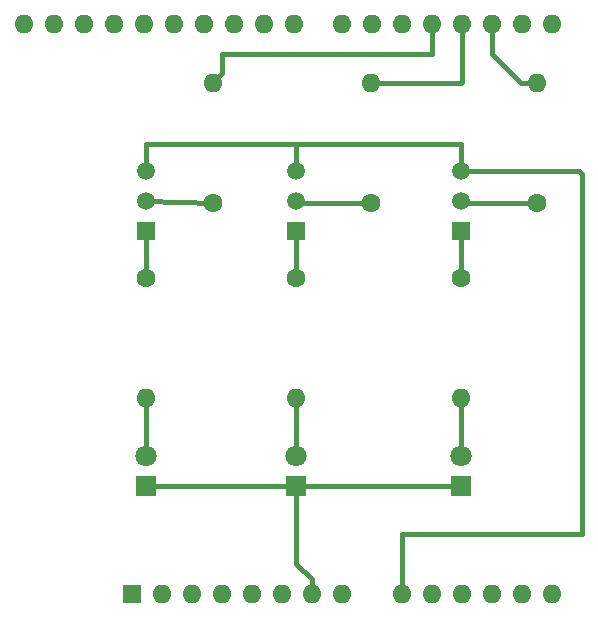
<source format=gbl>
G04 #@! TF.GenerationSoftware,KiCad,Pcbnew,(5.0.1)-4*
G04 #@! TF.CreationDate,2018-12-27T15:34:55-05:00*
G04 #@! TF.ProjectId,LED Project,4C45442050726F6A6563742E6B696361,rev?*
G04 #@! TF.SameCoordinates,Original*
G04 #@! TF.FileFunction,Copper,L2,Bot,Signal*
G04 #@! TF.FilePolarity,Positive*
%FSLAX46Y46*%
G04 Gerber Fmt 4.6, Leading zero omitted, Abs format (unit mm)*
G04 Created by KiCad (PCBNEW (5.0.1)-4) date 12/27/2018 3:34:55 PM*
%MOMM*%
%LPD*%
G01*
G04 APERTURE LIST*
G04 #@! TA.AperFunction,ComponentPad*
%ADD10O,1.600000X1.600000*%
G04 #@! TD*
G04 #@! TA.AperFunction,ComponentPad*
%ADD11C,1.600000*%
G04 #@! TD*
G04 #@! TA.AperFunction,ComponentPad*
%ADD12R,1.500000X1.500000*%
G04 #@! TD*
G04 #@! TA.AperFunction,ComponentPad*
%ADD13C,1.500000*%
G04 #@! TD*
G04 #@! TA.AperFunction,ComponentPad*
%ADD14R,1.600000X1.600000*%
G04 #@! TD*
G04 #@! TA.AperFunction,ComponentPad*
%ADD15R,1.800000X1.800000*%
G04 #@! TD*
G04 #@! TA.AperFunction,ComponentPad*
%ADD16C,1.800000*%
G04 #@! TD*
G04 #@! TA.AperFunction,Conductor*
%ADD17C,0.400000*%
G04 #@! TD*
G04 #@! TA.AperFunction,Conductor*
%ADD18C,0.381000*%
G04 #@! TD*
G04 APERTURE END LIST*
D10*
G04 #@! TO.P,R1,2*
G04 #@! TO.N,Net-(A1-Pad17)*
X163830000Y-77395850D03*
D11*
G04 #@! TO.P,R1,1*
G04 #@! TO.N,Net-(Q1-Pad2)*
X163830000Y-87555850D03*
G04 #@! TD*
D10*
G04 #@! TO.P,R3,2*
G04 #@! TO.N,Net-(A1-Pad18)*
X149841674Y-77395850D03*
D11*
G04 #@! TO.P,R3,1*
G04 #@! TO.N,Net-(Q2-Pad2)*
X149841674Y-87555850D03*
G04 #@! TD*
D10*
G04 #@! TO.P,R5,2*
G04 #@! TO.N,Net-(A1-Pad19)*
X136405411Y-77395850D03*
D11*
G04 #@! TO.P,R5,1*
G04 #@! TO.N,Net-(Q3-Pad2)*
X136405411Y-87555850D03*
G04 #@! TD*
D12*
G04 #@! TO.P,Q1,1*
G04 #@! TO.N,Net-(Q1-Pad1)*
X157461674Y-89931209D03*
D13*
G04 #@! TO.P,Q1,3*
G04 #@! TO.N,Net-(A1-Pad9)*
X157461674Y-84851209D03*
G04 #@! TO.P,Q1,2*
G04 #@! TO.N,Net-(Q1-Pad2)*
X157461674Y-87391209D03*
G04 #@! TD*
D12*
G04 #@! TO.P,Q2,1*
G04 #@! TO.N,Net-(Q2-Pad1)*
X143491674Y-89931209D03*
D13*
G04 #@! TO.P,Q2,3*
G04 #@! TO.N,Net-(A1-Pad9)*
X143491674Y-84851209D03*
G04 #@! TO.P,Q2,2*
G04 #@! TO.N,Net-(Q2-Pad2)*
X143491674Y-87391209D03*
G04 #@! TD*
D12*
G04 #@! TO.P,Q3,1*
G04 #@! TO.N,Net-(Q3-Pad1)*
X130791674Y-89931209D03*
D13*
G04 #@! TO.P,Q3,3*
G04 #@! TO.N,Net-(A1-Pad9)*
X130791674Y-84851209D03*
G04 #@! TO.P,Q3,2*
G04 #@! TO.N,Net-(Q3-Pad2)*
X130791674Y-87391209D03*
G04 #@! TD*
D10*
G04 #@! TO.P,R2,2*
G04 #@! TO.N,Net-(D1-Pad2)*
X157461674Y-104065850D03*
D11*
G04 #@! TO.P,R2,1*
G04 #@! TO.N,Net-(Q1-Pad1)*
X157461674Y-93905850D03*
G04 #@! TD*
D10*
G04 #@! TO.P,R6,2*
G04 #@! TO.N,Net-(D3-Pad2)*
X130791674Y-104065850D03*
D11*
G04 #@! TO.P,R6,1*
G04 #@! TO.N,Net-(Q3-Pad1)*
X130791674Y-93905850D03*
G04 #@! TD*
D10*
G04 #@! TO.P,R4,2*
G04 #@! TO.N,Net-(D2-Pad2)*
X143491674Y-104065850D03*
D11*
G04 #@! TO.P,R4,1*
G04 #@! TO.N,Net-(Q2-Pad1)*
X143491674Y-93905850D03*
G04 #@! TD*
D10*
G04 #@! TO.P,A1,16*
G04 #@! TO.N,Net-(A1-Pad16)*
X162560000Y-72390000D03*
G04 #@! TO.P,A1,15*
G04 #@! TO.N,Net-(A1-Pad15)*
X165100000Y-72390000D03*
G04 #@! TO.P,A1,30*
G04 #@! TO.N,Net-(A1-Pad30)*
X125480000Y-72390000D03*
G04 #@! TO.P,A1,14*
G04 #@! TO.N,Net-(A1-Pad14)*
X165100000Y-120650000D03*
G04 #@! TO.P,A1,29*
G04 #@! TO.N,Net-(A1-Pad29)*
X128020000Y-72390000D03*
G04 #@! TO.P,A1,13*
G04 #@! TO.N,Net-(A1-Pad13)*
X162560000Y-120650000D03*
G04 #@! TO.P,A1,28*
G04 #@! TO.N,Net-(A1-Pad28)*
X130560000Y-72390000D03*
G04 #@! TO.P,A1,12*
G04 #@! TO.N,Net-(A1-Pad12)*
X160020000Y-120650000D03*
G04 #@! TO.P,A1,27*
G04 #@! TO.N,Net-(A1-Pad27)*
X133100000Y-72390000D03*
G04 #@! TO.P,A1,11*
G04 #@! TO.N,Net-(A1-Pad11)*
X157480000Y-120650000D03*
G04 #@! TO.P,A1,26*
G04 #@! TO.N,Net-(A1-Pad26)*
X135640000Y-72390000D03*
G04 #@! TO.P,A1,10*
G04 #@! TO.N,Net-(A1-Pad10)*
X154940000Y-120650000D03*
G04 #@! TO.P,A1,25*
G04 #@! TO.N,Net-(A1-Pad25)*
X138180000Y-72390000D03*
G04 #@! TO.P,A1,9*
G04 #@! TO.N,Net-(A1-Pad9)*
X152400000Y-120650000D03*
G04 #@! TO.P,A1,24*
G04 #@! TO.N,Net-(A1-Pad24)*
X140720000Y-72390000D03*
G04 #@! TO.P,A1,8*
G04 #@! TO.N,Net-(A1-Pad8)*
X147320000Y-120650000D03*
G04 #@! TO.P,A1,23*
G04 #@! TO.N,Net-(A1-Pad23)*
X143260000Y-72390000D03*
G04 #@! TO.P,A1,7*
G04 #@! TO.N,GND*
X144780000Y-120650000D03*
G04 #@! TO.P,A1,22*
G04 #@! TO.N,Net-(A1-Pad22)*
X147320000Y-72390000D03*
G04 #@! TO.P,A1,6*
G04 #@! TO.N,Net-(A1-Pad6)*
X142240000Y-120650000D03*
G04 #@! TO.P,A1,21*
G04 #@! TO.N,Net-(A1-Pad21)*
X149860000Y-72390000D03*
G04 #@! TO.P,A1,5*
G04 #@! TO.N,Net-(A1-Pad5)*
X139700000Y-120650000D03*
G04 #@! TO.P,A1,20*
G04 #@! TO.N,Net-(A1-Pad20)*
X152400000Y-72390000D03*
G04 #@! TO.P,A1,4*
G04 #@! TO.N,Net-(A1-Pad4)*
X137160000Y-120650000D03*
G04 #@! TO.P,A1,19*
G04 #@! TO.N,Net-(A1-Pad19)*
X154940000Y-72390000D03*
G04 #@! TO.P,A1,3*
G04 #@! TO.N,Net-(A1-Pad3)*
X134620000Y-120650000D03*
G04 #@! TO.P,A1,18*
G04 #@! TO.N,Net-(A1-Pad18)*
X157480000Y-72390000D03*
G04 #@! TO.P,A1,2*
G04 #@! TO.N,Net-(A1-Pad2)*
X132080000Y-120650000D03*
G04 #@! TO.P,A1,17*
G04 #@! TO.N,Net-(A1-Pad17)*
X160020000Y-72390000D03*
D14*
G04 #@! TO.P,A1,1*
G04 #@! TO.N,Net-(A1-Pad1)*
X129540000Y-120650000D03*
D10*
G04 #@! TO.P,A1,31*
G04 #@! TO.N,Net-(A1-Pad31)*
X122940000Y-72390000D03*
G04 #@! TO.P,A1,32*
G04 #@! TO.N,Net-(A1-Pad32)*
X120400000Y-72390000D03*
G04 #@! TD*
D15*
G04 #@! TO.P,D1,1*
G04 #@! TO.N,GND*
X157461674Y-111521209D03*
D16*
G04 #@! TO.P,D1,2*
G04 #@! TO.N,Net-(D1-Pad2)*
X157461674Y-108981209D03*
G04 #@! TD*
G04 #@! TO.P,D2,2*
G04 #@! TO.N,Net-(D2-Pad2)*
X143491674Y-108981209D03*
D15*
G04 #@! TO.P,D2,1*
G04 #@! TO.N,GND*
X143491674Y-111521209D03*
G04 #@! TD*
G04 #@! TO.P,D3,1*
G04 #@! TO.N,GND*
X130791674Y-111521209D03*
D16*
G04 #@! TO.P,D3,2*
G04 #@! TO.N,Net-(D3-Pad2)*
X130791674Y-108981209D03*
G04 #@! TD*
D17*
G04 #@! TO.N,Net-(A1-Pad17)*
X163830000Y-77395850D02*
X162485850Y-77395850D01*
X160020000Y-74930000D02*
X160020000Y-72390000D01*
X162485850Y-77395850D02*
X160020000Y-74930000D01*
G04 #@! TO.N,Net-(A1-Pad18)*
X149841674Y-77395850D02*
X157405850Y-77395850D01*
X157480000Y-77321700D02*
X157480000Y-72390000D01*
X157405850Y-77395850D02*
X157480000Y-77321700D01*
G04 #@! TO.N,Net-(A1-Pad19)*
X154940000Y-74930000D02*
X154940000Y-72390000D01*
X137250820Y-74930000D02*
X154940000Y-74930000D01*
X137205410Y-74975410D02*
X137250820Y-74930000D01*
X136405411Y-77395850D02*
X137205410Y-76595851D01*
X137205410Y-76595851D02*
X137205410Y-74975410D01*
G04 #@! TO.N,Net-(A1-Pad9)*
X143491674Y-82568326D02*
X143491674Y-84851209D01*
X143510000Y-82550000D02*
X143491674Y-82568326D01*
X130810000Y-82550000D02*
X143510000Y-82550000D01*
X130791674Y-84851209D02*
X130791674Y-82568326D01*
X130791674Y-82568326D02*
X130810000Y-82550000D01*
X157461674Y-84851209D02*
X157461674Y-82568326D01*
X157461674Y-82568326D02*
X157443348Y-82550000D01*
X157443348Y-82550000D02*
X143510000Y-82550000D01*
X152400000Y-115570000D02*
X152400000Y-120650000D01*
X167640000Y-115570000D02*
X152400000Y-115570000D01*
X167640000Y-85090000D02*
X167640000Y-115570000D01*
X157461674Y-84851209D02*
X167401209Y-84851209D01*
X167401209Y-84851209D02*
X167640000Y-85090000D01*
D18*
G04 #@! TO.N,Net-(D1-Pad2)*
X157461674Y-105197220D02*
X157461674Y-108981209D01*
X157461674Y-104065850D02*
X157461674Y-105197220D01*
G04 #@! TO.N,Net-(D2-Pad2)*
X143491674Y-105197220D02*
X143491674Y-108981209D01*
X143491674Y-104065850D02*
X143491674Y-105197220D01*
G04 #@! TO.N,Net-(D3-Pad2)*
X130791674Y-105197220D02*
X130791674Y-108981209D01*
X130791674Y-104065850D02*
X130791674Y-105197220D01*
G04 #@! TO.N,Net-(Q1-Pad1)*
X157461674Y-91062209D02*
X157461674Y-93905850D01*
X157461674Y-89931209D02*
X157461674Y-91062209D01*
D17*
G04 #@! TO.N,Net-(Q1-Pad2)*
X157626315Y-87555850D02*
X157461674Y-87391209D01*
X163830000Y-87555850D02*
X157626315Y-87555850D01*
G04 #@! TO.N,Net-(Q2-Pad2)*
X143656315Y-87555850D02*
X143491674Y-87391209D01*
X149841674Y-87555850D02*
X143656315Y-87555850D01*
D18*
G04 #@! TO.N,Net-(Q2-Pad1)*
X143491674Y-91062209D02*
X143491674Y-93905850D01*
X143491674Y-89931209D02*
X143491674Y-91062209D01*
G04 #@! TO.N,Net-(Q3-Pad1)*
X130791674Y-91062209D02*
X130791674Y-93905850D01*
X130791674Y-89931209D02*
X130791674Y-91062209D01*
G04 #@! TO.N,Net-(Q3-Pad2)*
X136405411Y-87555850D02*
X130791674Y-87391209D01*
D17*
G04 #@! TO.N,GND*
X157461674Y-111521209D02*
X143491674Y-111521209D01*
X130791674Y-111521209D02*
X143491674Y-111521209D01*
X144780000Y-120650000D02*
X144780000Y-119380000D01*
X143491674Y-118091674D02*
X143491674Y-111521209D01*
X144780000Y-119380000D02*
X143491674Y-118091674D01*
G04 #@! TD*
M02*

</source>
